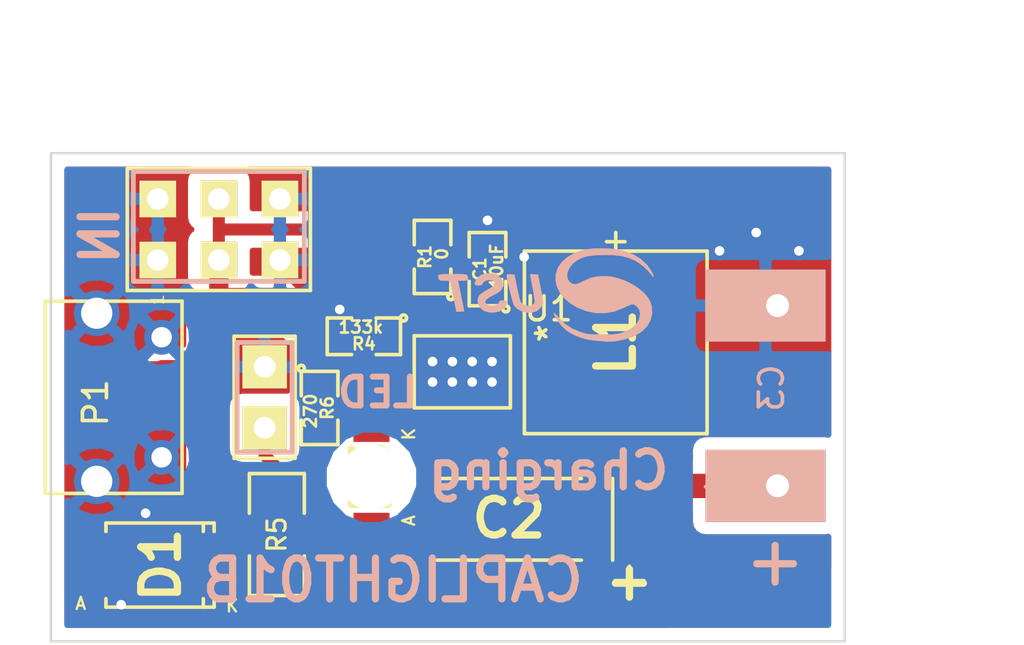
<source format=kicad_pcb>
(kicad_pcb (version 20160815) (host pcbnew "(2016-09-17 revision 679eef1)-makepkg")

  (general
    (links 45)
    (no_connects 0)
    (area 137.744999 107.899999 170.865001 128.320001)
    (thickness 1.6)
    (drawings 20)
    (tracks 140)
    (zones 0)
    (modules 15)
    (nets 11)
  )

  (page A4)
  (layers
    (0 F.Cu signal)
    (31 B.Cu signal)
    (32 B.Adhes user)
    (33 F.Adhes user)
    (34 B.Paste user)
    (35 F.Paste user)
    (36 B.SilkS user)
    (37 F.SilkS user)
    (38 B.Mask user)
    (39 F.Mask user)
    (40 Dwgs.User user)
    (41 Cmts.User user)
    (42 Eco1.User user)
    (43 Eco2.User user)
    (44 Edge.Cuts user)
    (45 Margin user)
    (46 B.CrtYd user)
    (47 F.CrtYd user)
    (48 B.Fab user)
    (49 F.Fab user)
  )

  (setup
    (last_trace_width 1)
    (user_trace_width 0.25)
    (user_trace_width 0.3)
    (user_trace_width 0.5)
    (user_trace_width 0.6)
    (user_trace_width 0.7)
    (user_trace_width 0.8)
    (user_trace_width 0.9)
    (user_trace_width 1)
    (trace_clearance 0.2)
    (zone_clearance 0.508)
    (zone_45_only yes)
    (trace_min 0.25)
    (segment_width 0.2)
    (edge_width 0.1)
    (via_size 0.8)
    (via_drill 0.4)
    (via_min_size 0.7)
    (via_min_drill 0.3)
    (uvia_size 0.3)
    (uvia_drill 0.127)
    (uvias_allowed no)
    (uvia_min_size 0.3)
    (uvia_min_drill 0.1)
    (pcb_text_width 0.3)
    (pcb_text_size 1.5 1.5)
    (mod_edge_width 0.15)
    (mod_text_size 1 1)
    (mod_text_width 0.15)
    (pad_size 3 5)
    (pad_drill 0.85)
    (pad_to_mask_clearance 0.2)
    (solder_mask_min_width 0.2)
    (aux_axis_origin 137.795 128.27)
    (visible_elements 7FFFFFFF)
    (pcbplotparams
      (layerselection 0x010d0_ffffffff)
      (usegerberextensions false)
      (excludeedgelayer true)
      (linewidth 0.100000)
      (plotframeref false)
      (viasonmask false)
      (mode 1)
      (useauxorigin false)
      (hpglpennumber 1)
      (hpglpenspeed 20)
      (hpglpendiameter 15)
      (psnegative false)
      (psa4output false)
      (plotreference true)
      (plotvalue true)
      (plotinvisibletext false)
      (padsonsilk false)
      (subtractmaskfromsilk false)
      (outputformat 1)
      (mirror false)
      (drillshape 0)
      (scaleselection 1)
      (outputdirectory CAM_PROFI/))
  )

  (net 0 "")
  (net 1 /VIN)
  (net 2 GND)
  (net 3 "Net-(L1-Pad1)")
  (net 4 "Net-(C2-Pad1)")
  (net 5 "Net-(C2-Pad2)")
  (net 6 "Net-(D2-Pad2)")
  (net 7 "Net-(R1-Pad1)")
  (net 8 "Net-(R4-Pad1)")
  (net 9 "Net-(D3-Pad2)")
  (net 10 /PG)

  (net_class Default "This is the default net class."
    (clearance 0.2)
    (trace_width 0.3)
    (via_dia 0.8)
    (via_drill 0.4)
    (uvia_dia 0.3)
    (uvia_drill 0.127)
    (diff_pair_gap 0.25)
    (diff_pair_width 0.2)
    (add_net /PG)
    (add_net GND)
    (add_net "Net-(D2-Pad2)")
    (add_net "Net-(D3-Pad2)")
    (add_net "Net-(R1-Pad1)")
    (add_net "Net-(R4-Pad1)")
  )

  (net_class thick ""
    (clearance 0.2)
    (trace_width 0.8)
    (via_dia 0.8)
    (via_drill 0.4)
    (uvia_dia 0.3)
    (uvia_drill 0.127)
    (diff_pair_gap 0.25)
    (diff_pair_width 0.2)
    (add_net /VIN)
    (add_net "Net-(C2-Pad1)")
    (add_net "Net-(C2-Pad2)")
    (add_net "Net-(L1-Pad1)")
  )

  (module Mlab_C:C_Radial_D18_L25_P7.5_BAT (layer B.Cu) (tedit 58008303) (tstamp 5800835E)
    (at 168.021 121.793 90)
    (descr "Radial Electrolytic Capacitor Diameter 16mm x Length 25mm, Pitch 7.5mm")
    (tags "Electrolytic Capacitor")
    (path /56E812E5)
    (fp_text reference C3 (at 4.071 -0.254 90) (layer B.SilkS)
      (effects (font (size 1 1) (thickness 0.15)) (justify mirror))
    )
    (fp_text value 50F (at 3.75 -9.3 90) (layer B.Fab) hide
      (effects (font (size 1 1) (thickness 0.15)) (justify mirror))
    )
    (fp_text user + (at -0.0381 -2.54 90) (layer B.SilkS)
      (effects (font (size 1.5 1.5) (thickness 0.15)) (justify mirror))
    )
    (fp_circle (center 7.5 0) (end 7.5 1) (layer B.SilkS) (width 0.15))
    (fp_circle (center 3.75 0) (end 3.75 -9) (layer B.CrtYd) (width 0.05))
    (pad 1 thru_hole rect (at 0 0 90) (size 3 5) (drill 0.95 (offset 0 -0.5)) (layers *.Cu *.Mask B.SilkS)
      (net 5 "Net-(C2-Pad2)"))
    (pad 2 thru_hole rect (at 7.5 0 90) (size 3 5) (drill 0.95 (offset 0 -0.5)) (layers *.Cu *.Mask B.SilkS)
      (net 2 GND))
    (model Capacitors_ThroughHole.3dshapes/C_Radial_D16_L25_P7.5.wrl
      (at (xyz 0.147638 0 0))
      (scale (xyz 1 1 1))
      (rotate (xyz 0 0 90))
    )
  )

  (module Mlab_Pin_Headers:Straight_1x02 (layer F.Cu) (tedit 580081EB) (tstamp 5778DE4F)
    (at 146.685 118.11)
    (descr "pin header straight 1x02")
    (tags "pin header straight 1x02")
    (path /5771A40B)
    (fp_text reference D2 (at 0 -3.81) (layer F.SilkS) hide
      (effects (font (size 1.5 1.5) (thickness 0.15)))
    )
    (fp_text value LED (at 0 3.81) (layer F.SilkS) hide
      (effects (font (size 1.5 1.5) (thickness 0.15)))
    )
    (fp_text user 1 (at -1.651 -1.27) (layer F.SilkS) hide
      (effects (font (size 0.5 0.5) (thickness 0.05)))
    )
    (fp_line (start -1.27 -2.54) (end 1.27 -2.54) (layer F.SilkS) (width 0.15))
    (fp_line (start 1.27 -2.54) (end 1.27 2.54) (layer F.SilkS) (width 0.15))
    (fp_line (start 1.27 2.54) (end -1.27 2.54) (layer F.SilkS) (width 0.15))
    (fp_line (start -1.27 2.54) (end -1.27 -2.54) (layer F.SilkS) (width 0.15))
    (pad 2 thru_hole rect (at 0 1.27) (size 1.85 1.8) (drill 0.9) (layers *.Cu *.Mask F.SilkS)
      (net 6 "Net-(D2-Pad2)"))
    (pad 1 thru_hole rect (at 0 -1.27) (size 1.85 1.8) (drill 0.9) (layers *.Cu *.Mask F.SilkS)
      (net 2 GND))
    (model Pin_Headers/Pin_Header_Straight_1x02.wrl
      (at (xyz 0 0 0))
      (scale (xyz 1 1 1))
      (rotate (xyz 0 0 90))
    )
  )

  (module Mlab_IO:DFN-12-1EP_3x4mm_Pitch0.5mm (layer F.Cu) (tedit 580081EB) (tstamp 5778DEB5)
    (at 154.9075 117.05 270)
    (descr "DE/UE Package; 12-Lead Plastic DFN (4mm x 3mm) (see Linear Technology DFN_12_05-08-1695.pdf)")
    (tags "DFN 0.5")
    (path /56E80FC2)
    (attr smd)
    (fp_text reference U1 (at -2.623 -3.5885) (layer F.SilkS)
      (effects (font (size 1 1) (thickness 0.15)))
    )
    (fp_text value LTC3625 (at 0 3.05 270) (layer F.Fab)
      (effects (font (size 1 1) (thickness 0.15)))
    )
    (fp_text user * (at -1.607 -3.5885 270) (layer F.SilkS)
      (effects (font (size 1 1) (thickness 0.15)))
    )
    (fp_line (start 1.5 -2) (end 1.5 2) (layer F.SilkS) (width 0.15))
    (fp_line (start -1.5 -2) (end -1.5 2) (layer F.SilkS) (width 0.15))
    (fp_line (start -2.05 -2.3) (end -2.05 2.3) (layer F.CrtYd) (width 0.05))
    (fp_line (start 2.05 -2.3) (end 2.05 2.3) (layer F.CrtYd) (width 0.05))
    (fp_line (start -2.05 -2.3) (end 2.05 -2.3) (layer F.CrtYd) (width 0.05))
    (fp_line (start -2.05 2.3) (end 2.05 2.3) (layer F.CrtYd) (width 0.05))
    (fp_line (start -1.5 2) (end 1.5 2) (layer F.SilkS) (width 0.15))
    (fp_line (start -1.5 -2) (end 1.5 -2) (layer F.SilkS) (width 0.15))
    (pad 1 smd rect (at -1.45 -1.25 270) (size 0.7 0.25) (layers F.Cu F.Paste F.Mask)
      (net 3 "Net-(L1-Pad1)"))
    (pad 2 smd rect (at -1.45 -0.75 270) (size 0.7 0.25) (layers F.Cu F.Paste F.Mask)
      (net 1 /VIN))
    (pad 3 smd rect (at -1.45 -0.25 270) (size 0.7 0.25) (layers F.Cu F.Paste F.Mask)
      (net 1 /VIN))
    (pad 4 smd rect (at -1.45 0.25 270) (size 0.7 0.25) (layers F.Cu F.Paste F.Mask)
      (net 7 "Net-(R1-Pad1)"))
    (pad 5 smd rect (at -1.45 0.75 270) (size 0.7 0.25) (layers F.Cu F.Paste F.Mask)
      (net 1 /VIN))
    (pad 6 smd rect (at -1.45 1.25 270) (size 0.7 0.25) (layers F.Cu F.Paste F.Mask)
      (net 8 "Net-(R4-Pad1)"))
    (pad 7 smd rect (at 1.45 1.25 270) (size 0.7 0.25) (layers F.Cu F.Paste F.Mask)
      (net 1 /VIN))
    (pad 8 smd rect (at 1.45 0.75 270) (size 0.7 0.25) (layers F.Cu F.Paste F.Mask))
    (pad 9 smd rect (at 1.45 0.25 270) (size 0.7 0.25) (layers F.Cu F.Paste F.Mask)
      (net 10 /PG))
    (pad 10 smd rect (at 1.45 -0.25 270) (size 0.7 0.25) (layers F.Cu F.Paste F.Mask)
      (net 5 "Net-(C2-Pad2)"))
    (pad 11 smd rect (at 1.45 -0.75 270) (size 0.7 0.25) (layers F.Cu F.Paste F.Mask)
      (net 4 "Net-(C2-Pad1)"))
    (pad 12 smd rect (at 1.45 -1.25 270) (size 0.7 0.25) (layers F.Cu F.Paste F.Mask)
      (net 3 "Net-(L1-Pad1)"))
    (pad 13 smd rect (at 0.425 1.2375 270) (size 0.85 0.825) (layers F.Cu F.Paste F.Mask)
      (net 2 GND) (solder_paste_margin_ratio -0.2))
    (pad 13 smd rect (at 0.425 0.4125 270) (size 0.85 0.825) (layers F.Cu F.Paste F.Mask)
      (net 2 GND) (solder_paste_margin_ratio -0.2))
    (pad 13 smd rect (at 0.425 -0.4125 270) (size 0.85 0.825) (layers F.Cu F.Paste F.Mask)
      (net 2 GND) (solder_paste_margin_ratio -0.2))
    (pad 13 smd rect (at 0.425 -1.2375 270) (size 0.85 0.825) (layers F.Cu F.Paste F.Mask)
      (net 2 GND) (solder_paste_margin_ratio -0.2))
    (pad 13 smd rect (at -0.425 1.2375 270) (size 0.85 0.825) (layers F.Cu F.Paste F.Mask)
      (net 2 GND) (solder_paste_margin_ratio -0.2))
    (pad 13 smd rect (at -0.425 0.4125 270) (size 0.85 0.825) (layers F.Cu F.Paste F.Mask)
      (net 2 GND) (solder_paste_margin_ratio -0.2))
    (pad 13 smd rect (at -0.425 -0.4125 270) (size 0.85 0.825) (layers F.Cu F.Paste F.Mask)
      (net 2 GND) (solder_paste_margin_ratio -0.2))
    (pad 13 smd rect (at -0.425 -1.2375 270) (size 0.85 0.825) (layers F.Cu F.Paste F.Mask)
      (net 2 GND) (solder_paste_margin_ratio -0.2))
    (model Housings_DFN_QFN.3dshapes/DFN-12-1EP_3x4mm_Pitch0.5mm.wrl
      (at (xyz 0 0 0))
      (scale (xyz 1 1 1))
      (rotate (xyz 0 0 0))
    )
  )

  (module Mlab_C:TantalC_SizeC_Reflow (layer F.Cu) (tedit 580081EB) (tstamp 5778DE3D)
    (at 156.86024 123.19 180)
    (descr "Tantal Cap. , Size C, EIA-6032, Reflow,")
    (tags "Tantal Cap. , Size C, EIA-6032, Reflow,")
    (path /56E875AF)
    (attr smd)
    (fp_text reference C2 (at 0.0127 0.0381 180) (layer F.SilkS)
      (effects (font (thickness 0.3048)))
    )
    (fp_text value 100uF (at -0.09906 3.59918 180) (layer F.SilkS) hide
      (effects (font (thickness 0.3048)))
    )
    (fp_line (start -4.30022 -1.69926) (end -4.30022 1.69926) (layer F.SilkS) (width 0.15))
    (fp_line (start 2.99974 1.69926) (end -2.99974 1.69926) (layer F.SilkS) (width 0.15))
    (fp_line (start 2.99974 -1.69926) (end -2.99974 -1.69926) (layer F.SilkS) (width 0.15))
    (fp_text user + (at -4.99872 -2.55016 180) (layer F.SilkS)
      (effects (font (thickness 0.3048)))
    )
    (fp_line (start -5.00126 -3.05308) (end -5.00126 -1.95326) (layer F.SilkS) (width 0.15))
    (fp_line (start -5.6007 -2.5527) (end -4.40182 -2.5527) (layer F.SilkS) (width 0.15))
    (pad 2 smd rect (at 2.52476 0 180) (size 2.55016 2.49936) (layers F.Cu F.Paste F.Mask)
      (net 5 "Net-(C2-Pad2)"))
    (pad 1 smd rect (at -2.52476 0 180) (size 2.55016 2.49936) (layers F.Cu F.Paste F.Mask)
      (net 4 "Net-(C2-Pad1)"))
    (model MLAB_3D/Capacitors/c_tant_C.wrl
      (at (xyz 0 0 0))
      (scale (xyz 1 1 1))
      (rotate (xyz 0 0 180))
    )
  )

  (module Mlab_L:DER0705 (layer F.Cu) (tedit 580081EB) (tstamp 5778DE7F)
    (at 161.29 115.824 90)
    (descr "L DE1207")
    (path /56E86EF1)
    (fp_text reference L1 (at 0 0 90) (layer F.SilkS)
      (effects (font (thickness 0.3048)))
    )
    (fp_text value DER0705-3.3uH (at 0.0127 2.8956 90) (layer F.SilkS) hide
      (effects (font (size 0.50038 0.50038) (thickness 0.11938)))
    )
    (fp_line (start -3.8 -3.8) (end -3.8 3.8) (layer F.SilkS) (width 0.15))
    (fp_line (start -3.8 3.8) (end 3.8 3.8) (layer F.SilkS) (width 0.15))
    (fp_line (start 3.8 3.8) (end 3.8 -3.8) (layer F.SilkS) (width 0.15))
    (fp_line (start 3.8 -3.8) (end -3.8 -3.8) (layer F.SilkS) (width 0.15))
    (fp_line (start 4.572 0) (end 3.81 0) (layer F.SilkS) (width 0.15))
    (fp_line (start 4.191 -0.381) (end 4.191 0.381) (layer F.SilkS) (width 0.15))
    (pad 1 smd rect (at 3.7 0 90) (size 3 3) (layers F.Cu F.Paste F.Mask)
      (net 3 "Net-(L1-Pad1)"))
    (pad 2 smd rect (at -3.7 0 90) (size 3 3) (layers F.Cu F.Paste F.Mask)
      (net 5 "Net-(C2-Pad2)"))
    (model Capacitors_SMD/c_elec_10x10_5.wrl
      (at (xyz 0 0 0))
      (scale (xyz 1 1 1))
      (rotate (xyz 0 0 0))
    )
  )

  (module Mlab_CON:uUSB-B (layer F.Cu) (tedit 580081EB) (tstamp 5772862A)
    (at 139.7 118.11 270)
    (tags "uUSB-B MOLEX 1050170001")
    (path /5771AC18)
    (fp_text reference P1 (at 0.2286 0.0508 270) (layer F.SilkS)
      (effects (font (size 1 1) (thickness 0.15)))
    )
    (fp_text value USB_OTG (at 0.0508 3.175 270) (layer F.Fab)
      (effects (font (size 1 1) (thickness 0.15)))
    )
    (fp_line (start -4 -3.55) (end 4 -3.55) (layer F.SilkS) (width 0.15))
    (fp_line (start 4 -3.55) (end 4 2.15) (layer F.SilkS) (width 0.15))
    (fp_line (start 4 2.15) (end -4 2.15) (layer F.SilkS) (width 0.15))
    (fp_line (start -4 2.15) (end -4 -3.55) (layer F.SilkS) (width 0.15))
    (pad 5 thru_hole circle (at -2.5 -2.7 270) (size 1.45 1.45) (drill 0.85) (layers *.Cu *.Mask)
      (net 2 GND))
    (pad 5 thru_hole circle (at 2.5 -2.7 270) (size 1.45 1.45) (drill 0.85) (layers *.Cu *.Mask)
      (net 2 GND))
    (pad 3 smd trapezoid (at 0 -2.7 270) (size 0.4 1.35) (layers F.Cu F.Mask))
    (pad 2 smd trapezoid (at -0.65 -2.7 270) (size 0.4 1.35) (layers F.Cu F.Mask))
    (pad 1 smd trapezoid (at -1.3 -2.7 270) (size 0.4 1.35) (layers F.Cu F.Mask)
      (net 1 /VIN))
    (pad 4 smd trapezoid (at 0.65 -2.7 270) (size 0.4 1.35) (layers F.Cu F.Mask))
    (pad 5 smd trapezoid (at 1.3 -2.7 270) (size 0.4 1.35) (layers F.Cu F.Mask)
      (net 2 GND))
    (pad 5 smd trapezoid (at -1 0 270) (size 1.5 1.9) (layers F.Cu F.Mask)
      (net 2 GND))
    (pad 5 smd trapezoid (at 1 0 270) (size 1.5 1.9) (layers F.Cu F.Mask)
      (net 2 GND))
    (pad 5 thru_hole circle (at 3.5 0 270) (size 1.9 1.9) (drill 1.3) (layers *.Cu *.Mask)
      (net 2 GND))
    (pad 5 thru_hole circle (at -3.5 0 270) (size 1.9 1.9) (drill 1.3) (layers *.Cu *.Mask)
      (net 2 GND))
  )

  (module Mlab_R:SMD-0805 (layer F.Cu) (tedit 580081EB) (tstamp 5778DE37)
    (at 155.956 112.776 90)
    (path /56E8119A)
    (attr smd)
    (fp_text reference C1 (at 0 -0.3175 90) (layer F.SilkS)
      (effects (font (size 0.50038 0.50038) (thickness 0.10922)))
    )
    (fp_text value 10uF (at 0.127 0.381 90) (layer F.SilkS)
      (effects (font (size 0.50038 0.50038) (thickness 0.10922)))
    )
    (fp_circle (center -1.651 0.762) (end -1.651 0.635) (layer F.SilkS) (width 0.15))
    (fp_line (start -0.508 0.762) (end -1.524 0.762) (layer F.SilkS) (width 0.15))
    (fp_line (start -1.524 0.762) (end -1.524 -0.762) (layer F.SilkS) (width 0.15))
    (fp_line (start -1.524 -0.762) (end -0.508 -0.762) (layer F.SilkS) (width 0.15))
    (fp_line (start 0.508 -0.762) (end 1.524 -0.762) (layer F.SilkS) (width 0.15))
    (fp_line (start 1.524 -0.762) (end 1.524 0.762) (layer F.SilkS) (width 0.15))
    (fp_line (start 1.524 0.762) (end 0.508 0.762) (layer F.SilkS) (width 0.15))
    (pad 1 smd rect (at -0.9525 0 90) (size 0.889 1.397) (layers F.Cu F.Paste F.Mask)
      (net 1 /VIN))
    (pad 2 smd rect (at 0.9525 0 90) (size 0.889 1.397) (layers F.Cu F.Paste F.Mask)
      (net 2 GND))
    (model MLAB_3D/Resistors/chip_cms.wrl
      (at (xyz 0 0 0))
      (scale (xyz 0.1 0.1 0.1))
      (rotate (xyz 0 0 0))
    )
  )

  (module Mlab_D:SMA_Standard (layer F.Cu) (tedit 580081EB) (tstamp 5778DE49)
    (at 142.33398 125.095)
    (descr "Diode SMA")
    (tags "Diode SMA")
    (path /56E8111C)
    (attr smd)
    (fp_text reference D1 (at 0.03302 0 90) (layer F.SilkS)
      (effects (font (thickness 0.3048)))
    )
    (fp_text value M4 (at 0 3.81) (layer F.SilkS) hide
      (effects (font (thickness 0.3048)))
    )
    (fp_text user A (at -3.29946 1.6002) (layer F.SilkS)
      (effects (font (size 0.50038 0.50038) (thickness 0.09906)))
    )
    (fp_text user K (at 2.99974 1.69926) (layer F.SilkS)
      (effects (font (size 0.50038 0.50038) (thickness 0.09906)))
    )
    (fp_circle (center 0 0) (end 0.20066 -0.0508) (layer F.Adhes) (width 0.381))
    (fp_line (start 1.80086 1.75006) (end 1.80086 1.39954) (layer F.SilkS) (width 0.15))
    (fp_line (start 1.80086 -1.75006) (end 1.80086 -1.39954) (layer F.SilkS) (width 0.15))
    (fp_line (start 2.25044 1.75006) (end 2.25044 1.39954) (layer F.SilkS) (width 0.15))
    (fp_line (start -2.25044 1.75006) (end -2.25044 1.39954) (layer F.SilkS) (width 0.15))
    (fp_line (start -2.25044 -1.75006) (end -2.25044 -1.39954) (layer F.SilkS) (width 0.15))
    (fp_line (start 2.25044 -1.75006) (end 2.25044 -1.39954) (layer F.SilkS) (width 0.15))
    (fp_line (start -2.25044 1.75006) (end 2.25044 1.75006) (layer F.SilkS) (width 0.15))
    (fp_line (start -2.25044 -1.75006) (end 2.25044 -1.75006) (layer F.SilkS) (width 0.15))
    (pad 1 smd rect (at -1.99898 0) (size 2.49936 1.80086) (layers F.Cu F.Paste F.Mask)
      (net 2 GND))
    (pad 2 smd rect (at 1.99898 0) (size 2.49936 1.80086) (layers F.Cu F.Paste F.Mask)
      (net 1 /VIN))
    (model MLAB_3D/Diodes/SMA.wrl
      (at (xyz 0 0 0))
      (scale (xyz 0.3937 0.3937 0.3937))
      (rotate (xyz 0 0 0))
    )
  )

  (module Mlab_Pin_Headers:Straight_2x03 (layer F.Cu) (tedit 580081EB) (tstamp 5778DE59)
    (at 144.78 111.125 90)
    (descr "pin header straight 2x03")
    (tags "pin header straight 2x03")
    (path /56E81073)
    (fp_text reference J1 (at 0 -5.08 90) (layer F.SilkS) hide
      (effects (font (size 1.5 1.5) (thickness 0.15)))
    )
    (fp_text value JUMP_3X2 (at 0 5.08 90) (layer F.SilkS) hide
      (effects (font (size 1.5 1.5) (thickness 0.15)))
    )
    (fp_text user 1 (at -2.921 -2.54 90) (layer F.SilkS)
      (effects (font (size 0.5 0.5) (thickness 0.05)))
    )
    (fp_line (start -2.54 -3.81) (end 2.54 -3.81) (layer F.SilkS) (width 0.15))
    (fp_line (start 2.54 -3.81) (end 2.54 3.81) (layer F.SilkS) (width 0.15))
    (fp_line (start 2.54 3.81) (end -2.54 3.81) (layer F.SilkS) (width 0.15))
    (fp_line (start -2.54 3.81) (end -2.54 -3.81) (layer F.SilkS) (width 0.15))
    (pad 1 thru_hole rect (at -1.27 -2.54 90) (size 1.524 1.524) (drill 0.889) (layers *.Cu *.Mask F.SilkS)
      (net 2 GND))
    (pad 2 thru_hole rect (at 1.27 -2.54 90) (size 1.524 1.524) (drill 0.889) (layers *.Cu *.Mask F.SilkS)
      (net 2 GND))
    (pad 3 thru_hole rect (at -1.27 0 90) (size 1.524 1.524) (drill 0.889) (layers *.Cu *.Mask F.SilkS)
      (net 1 /VIN))
    (pad 4 thru_hole rect (at 1.27 0 90) (size 1.524 1.524) (drill 0.889) (layers *.Cu *.Mask F.SilkS)
      (net 1 /VIN))
    (pad 5 thru_hole rect (at -1.27 2.54 90) (size 1.524 1.524) (drill 0.889) (layers *.Cu *.Mask F.SilkS)
      (net 2 GND))
    (pad 6 thru_hole rect (at 1.27 2.54 90) (size 1.524 1.524) (drill 0.889) (layers *.Cu *.Mask F.SilkS)
      (net 2 GND))
    (model Pin_Headers/Pin_Header_Straight_2x03.wrl
      (at (xyz 0 0 0))
      (scale (xyz 1 1 1))
      (rotate (xyz 0 0 90))
    )
  )

  (module Mlab_R:SMD-0805 (layer F.Cu) (tedit 580081EB) (tstamp 5778DE85)
    (at 153.67 112.268 90)
    (path /57779A79)
    (attr smd)
    (fp_text reference R1 (at 0 -0.3175 90) (layer F.SilkS)
      (effects (font (size 0.50038 0.50038) (thickness 0.10922)))
    )
    (fp_text value 0 (at 0.127 0.381 90) (layer F.SilkS)
      (effects (font (size 0.50038 0.50038) (thickness 0.10922)))
    )
    (fp_circle (center -1.651 0.762) (end -1.651 0.635) (layer F.SilkS) (width 0.15))
    (fp_line (start -0.508 0.762) (end -1.524 0.762) (layer F.SilkS) (width 0.15))
    (fp_line (start -1.524 0.762) (end -1.524 -0.762) (layer F.SilkS) (width 0.15))
    (fp_line (start -1.524 -0.762) (end -0.508 -0.762) (layer F.SilkS) (width 0.15))
    (fp_line (start 0.508 -0.762) (end 1.524 -0.762) (layer F.SilkS) (width 0.15))
    (fp_line (start 1.524 -0.762) (end 1.524 0.762) (layer F.SilkS) (width 0.15))
    (fp_line (start 1.524 0.762) (end 0.508 0.762) (layer F.SilkS) (width 0.15))
    (pad 1 smd rect (at -0.9525 0 90) (size 0.889 1.397) (layers F.Cu F.Paste F.Mask)
      (net 7 "Net-(R1-Pad1)"))
    (pad 2 smd rect (at 0.9525 0 90) (size 0.889 1.397) (layers F.Cu F.Paste F.Mask)
      (net 1 /VIN))
    (model MLAB_3D/Resistors/chip_cms.wrl
      (at (xyz 0 0 0))
      (scale (xyz 0.1 0.1 0.1))
      (rotate (xyz 0 0 0))
    )
  )

  (module Mlab_R:SMD-0805 (layer F.Cu) (tedit 580081EB) (tstamp 5778DE97)
    (at 150.8125 115.57 180)
    (path /56E85E42)
    (attr smd)
    (fp_text reference R4 (at 0 -0.3175 180) (layer F.SilkS)
      (effects (font (size 0.50038 0.50038) (thickness 0.10922)))
    )
    (fp_text value 133k (at 0.127 0.381 180) (layer F.SilkS)
      (effects (font (size 0.50038 0.50038) (thickness 0.10922)))
    )
    (fp_circle (center -1.651 0.762) (end -1.651 0.635) (layer F.SilkS) (width 0.15))
    (fp_line (start -0.508 0.762) (end -1.524 0.762) (layer F.SilkS) (width 0.15))
    (fp_line (start -1.524 0.762) (end -1.524 -0.762) (layer F.SilkS) (width 0.15))
    (fp_line (start -1.524 -0.762) (end -0.508 -0.762) (layer F.SilkS) (width 0.15))
    (fp_line (start 0.508 -0.762) (end 1.524 -0.762) (layer F.SilkS) (width 0.15))
    (fp_line (start 1.524 -0.762) (end 1.524 0.762) (layer F.SilkS) (width 0.15))
    (fp_line (start 1.524 0.762) (end 0.508 0.762) (layer F.SilkS) (width 0.15))
    (pad 1 smd rect (at -0.9525 0 180) (size 0.889 1.397) (layers F.Cu F.Paste F.Mask)
      (net 8 "Net-(R4-Pad1)"))
    (pad 2 smd rect (at 0.9525 0 180) (size 0.889 1.397) (layers F.Cu F.Paste F.Mask)
      (net 2 GND))
    (model MLAB_3D/Resistors/chip_cms.wrl
      (at (xyz 0 0 0))
      (scale (xyz 0.1 0.1 0.1))
      (rotate (xyz 0 0 0))
    )
  )

  (module Mlab_D:LED_1206 (layer F.Cu) (tedit 580081EB) (tstamp 577BFD24)
    (at 151.13 121.444 90)
    (descr "Diode Mini-MELF Standard")
    (tags "Diode Mini-MELF Standard")
    (path /577C0351)
    (attr smd)
    (fp_text reference D3 (at 0 0 90) (layer F.SilkS)
      (effects (font (thickness 0.3048)))
    )
    (fp_text value LED (at 0 3.81 90) (layer F.SilkS) hide
      (effects (font (thickness 0.3048)))
    )
    (fp_line (start 2.21488 1.50622) (end 2.53492 1.81102) (layer F.Cu) (width 0.15))
    (fp_line (start 2.25298 1.52146) (end 2.5273 1.24968) (layer F.Cu) (width 0.15))
    (fp_line (start 2.2225 1.24968) (end 2.21742 1.81864) (layer F.Cu) (width 0.15))
    (fp_text user A (at -1.80086 1.5494 90) (layer F.SilkS)
      (effects (font (size 0.50038 0.50038) (thickness 0.09906)))
    )
    (fp_text user K (at 1.80086 1.5494 90) (layer F.SilkS)
      (effects (font (size 0.50038 0.50038) (thickness 0.09906)))
    )
    (pad 2 smd rect (at -2 0 90) (size 1.05 1.5) (layers F.Cu F.Paste F.Mask)
      (net 9 "Net-(D3-Pad2)"))
    (pad 1 smd rect (at 2 0 90) (size 1.05 1.5) (layers F.Cu F.Paste F.Mask)
      (net 10 /PG))
    (pad "" np_thru_hole circle (at 0 0 90) (size 2.7 2.7) (drill 2.7) (layers *.Cu *.Mask F.SilkS))
    (model MLAB_3D/Diodes/MiniMELF_DO213AA.wrl
      (at (xyz 0 0 0))
      (scale (xyz 0.3937 0.3937 0.3937))
      (rotate (xyz 0 0 0))
    )
  )

  (module Mlab_R:SMD-0805 (layer F.Cu) (tedit 580081EB) (tstamp 577BFD2A)
    (at 148.971 118.5545 270)
    (path /577C016E)
    (attr smd)
    (fp_text reference R6 (at 0 -0.3175 270) (layer F.SilkS)
      (effects (font (size 0.50038 0.50038) (thickness 0.10922)))
    )
    (fp_text value 270 (at 0.127 0.381 270) (layer F.SilkS)
      (effects (font (size 0.50038 0.50038) (thickness 0.10922)))
    )
    (fp_circle (center -1.651 0.762) (end -1.651 0.635) (layer F.SilkS) (width 0.15))
    (fp_line (start -0.508 0.762) (end -1.524 0.762) (layer F.SilkS) (width 0.15))
    (fp_line (start -1.524 0.762) (end -1.524 -0.762) (layer F.SilkS) (width 0.15))
    (fp_line (start -1.524 -0.762) (end -0.508 -0.762) (layer F.SilkS) (width 0.15))
    (fp_line (start 0.508 -0.762) (end 1.524 -0.762) (layer F.SilkS) (width 0.15))
    (fp_line (start 1.524 -0.762) (end 1.524 0.762) (layer F.SilkS) (width 0.15))
    (fp_line (start 1.524 0.762) (end 0.508 0.762) (layer F.SilkS) (width 0.15))
    (pad 1 smd rect (at -0.9525 0 270) (size 0.889 1.397) (layers F.Cu F.Paste F.Mask)
      (net 1 /VIN))
    (pad 2 smd rect (at 0.9525 0 270) (size 0.889 1.397) (layers F.Cu F.Paste F.Mask)
      (net 9 "Net-(D3-Pad2)"))
    (model MLAB_3D/Resistors/chip_cms.wrl
      (at (xyz 0 0 0))
      (scale (xyz 0.1 0.1 0.1))
      (rotate (xyz 0 0 0))
    )
  )

  (module Mlab_R:SMD-1206 (layer F.Cu) (tedit 580081EB) (tstamp 577C0150)
    (at 147.193 123.825 90)
    (path /57726713)
    (attr smd)
    (fp_text reference R5 (at 0 0 90) (layer F.SilkS)
      (effects (font (size 0.762 0.762) (thickness 0.127)))
    )
    (fp_text value 68 (at 0 -0.127 90) (layer F.SilkS) hide
      (effects (font (size 0.762 0.762) (thickness 0.127)))
    )
    (fp_line (start -2.54 -1.143) (end -2.54 1.143) (layer F.SilkS) (width 0.15))
    (fp_line (start -2.54 1.143) (end -0.889 1.143) (layer F.SilkS) (width 0.15))
    (fp_line (start 0.889 -1.143) (end 2.54 -1.143) (layer F.SilkS) (width 0.15))
    (fp_line (start 2.54 -1.143) (end 2.54 1.143) (layer F.SilkS) (width 0.15))
    (fp_line (start 2.54 1.143) (end 0.889 1.143) (layer F.SilkS) (width 0.15))
    (fp_line (start -0.889 -1.143) (end -2.54 -1.143) (layer F.SilkS) (width 0.15))
    (pad 1 smd rect (at -1.651 0 90) (size 1.524 2.032) (layers F.Cu F.Paste F.Mask)
      (net 5 "Net-(C2-Pad2)"))
    (pad 2 smd rect (at 1.651 0 90) (size 1.524 2.032) (layers F.Cu F.Paste F.Mask)
      (net 6 "Net-(D2-Pad2)"))
    (model MLAB_3D/Resistors/r_1206.wrl
      (at (xyz 0 0 0))
      (scale (xyz 1 1 1))
      (rotate (xyz 0 0 0))
    )
  )

  (module graphics:UST_logo (layer B.Cu) (tedit 0) (tstamp 57B6C8B0)
    (at 158.3944 113.8428 180)
    (fp_text reference G*** (at 0 0 180) (layer B.SilkS) hide
      (effects (font (thickness 0.3)) (justify mirror))
    )
    (fp_text value LOGO (at 0.75 0 180) (layer B.SilkS) hide
      (effects (font (thickness 0.3)) (justify mirror))
    )
    (fp_poly (pts (xy -2.073766 1.928441) (xy -1.798402 1.908621) (xy -1.570298 1.871805) (xy -1.52679 1.860851)
      (xy -1.175831 1.735243) (xy -0.883518 1.568768) (xy -0.654099 1.364442) (xy -0.491911 1.125466)
      (xy -0.405558 0.870377) (xy -0.392139 0.608456) (xy -0.447851 0.347686) (xy -0.568892 0.096052)
      (xy -0.751459 -0.138462) (xy -0.991749 -0.347872) (xy -1.275005 -0.518774) (xy -1.670884 -0.677236)
      (xy -2.066517 -0.759243) (xy -2.458168 -0.764742) (xy -2.842102 -0.693682) (xy -3.214584 -0.546011)
      (xy -3.21531 -0.545642) (xy -3.362976 -0.474993) (xy -3.492366 -0.421241) (xy -3.582036 -0.393019)
      (xy -3.600171 -0.390769) (xy -3.676521 -0.41804) (xy -3.768075 -0.486057) (xy -3.794322 -0.512132)
      (xy -3.873481 -0.618721) (xy -3.904741 -0.734979) (xy -3.907693 -0.80715) (xy -3.87059 -1.023764)
      (xy -3.761144 -1.2159) (xy -3.582149 -1.380583) (xy -3.336401 -1.514838) (xy -3.192442 -1.56862)
      (xy -3.070805 -1.605536) (xy -2.957545 -1.631011) (xy -2.833929 -1.646969) (xy -2.681222 -1.655333)
      (xy -2.480689 -1.65803) (xy -2.325077 -1.657703) (xy -2.087008 -1.655114) (xy -1.907616 -1.648673)
      (xy -1.76744 -1.636074) (xy -1.647021 -1.615011) (xy -1.526896 -1.583176) (xy -1.426308 -1.551182)
      (xy -1.087413 -1.41022) (xy -0.801351 -1.224925) (xy -0.549613 -0.982873) (xy -0.509276 -0.935638)
      (xy -0.402655 -0.815476) (xy -0.338441 -0.760273) (xy -0.317816 -0.768587) (xy -0.341963 -0.838981)
      (xy -0.412067 -0.970012) (xy -0.440941 -1.01878) (xy -0.633776 -1.28445) (xy -0.865025 -1.498192)
      (xy -1.14486 -1.667014) (xy -1.483456 -1.797922) (xy -1.633551 -1.840192) (xy -1.796482 -1.872873)
      (xy -2.00394 -1.901188) (xy -2.233741 -1.923524) (xy -2.463701 -1.938266) (xy -2.671636 -1.943803)
      (xy -2.835364 -1.938522) (xy -2.891693 -1.931678) (xy -3.234528 -1.861342) (xy -3.514583 -1.778483)
      (xy -3.746944 -1.677304) (xy -3.946694 -1.552007) (xy -4.011945 -1.501177) (xy -4.21226 -1.29086)
      (xy -4.345048 -1.048517) (xy -4.40735 -0.784059) (xy -4.396209 -0.507394) (xy -4.356044 -0.348582)
      (xy -4.248331 -0.135865) (xy -4.074899 0.071389) (xy -3.848157 0.265578) (xy -3.58051 0.439103)
      (xy -3.284367 0.584362) (xy -2.972132 0.693756) (xy -2.656214 0.759683) (xy -2.52598 0.772546)
      (xy -2.180759 0.768676) (xy -1.870583 0.706863) (xy -1.573286 0.582407) (xy -1.537189 0.562911)
      (xy -1.359206 0.475261) (xy -1.223338 0.437309) (xy -1.112838 0.447343) (xy -1.010956 0.503649)
      (xy -1.004732 0.508477) (xy -0.907603 0.629545) (xy -0.871639 0.780984) (xy -0.893342 0.949267)
      (xy -0.969216 1.120869) (xy -1.095764 1.282262) (xy -1.234509 1.39724) (xy -1.39334 1.493173)
      (xy -1.556691 1.563255) (xy -1.740731 1.611079) (xy -1.961631 1.640235) (xy -2.235563 1.654317)
      (xy -2.403231 1.656868) (xy -2.715153 1.653746) (xy -2.969615 1.637318) (xy -3.186712 1.603924)
      (xy -3.38654 1.549906) (xy -3.589194 1.471605) (xy -3.701487 1.420491) (xy -3.868103 1.320735)
      (xy -4.051587 1.177973) (xy -4.226131 1.014679) (xy -4.365932 0.853322) (xy -4.387649 0.822973)
      (xy -4.444049 0.753213) (xy -4.469994 0.746761) (xy -4.465119 0.794798) (xy -4.429054 0.8885)
      (xy -4.393393 0.960882) (xy -4.201396 1.242747) (xy -3.945928 1.481415) (xy -3.630082 1.67464)
      (xy -3.256954 1.82018) (xy -3.177499 1.842889) (xy -2.948258 1.888491) (xy -2.672211 1.918121)
      (xy -2.372875 1.931523) (xy -2.073766 1.928441)) (layer B.SilkS) (width 0.01))
    (fp_poly (pts (xy 0.658704 0.847815) (xy 0.664307 0.842656) (xy 0.657224 0.798385) (xy 0.637824 0.692271)
      (xy 0.608885 0.539155) (xy 0.573185 0.353876) (xy 0.564412 0.308802) (xy 0.527852 0.109223)
      (xy 0.499206 -0.070709) (xy 0.481044 -0.212984) (xy 0.475941 -0.299589) (xy 0.476489 -0.306915)
      (xy 0.519911 -0.392939) (xy 0.612403 -0.443958) (xy 0.733301 -0.460256) (xy 0.861943 -0.442115)
      (xy 0.977664 -0.389817) (xy 1.0598 -0.303646) (xy 1.062417 -0.2989) (xy 1.085894 -0.231715)
      (xy 1.119757 -0.104564) (xy 1.159878 0.065724) (xy 1.202131 0.262321) (xy 1.212061 0.311202)
      (xy 1.318274 0.840154) (xy 1.479752 0.85217) (xy 1.581937 0.851171) (xy 1.637188 0.833232)
      (xy 1.64123 0.824301) (xy 1.631441 0.73231) (xy 1.604971 0.586313) (xy 1.56617 0.40408)
      (xy 1.519386 0.203377) (xy 1.46897 0.001973) (xy 1.419269 -0.182363) (xy 1.374634 -0.331864)
      (xy 1.339412 -0.428762) (xy 1.330043 -0.447074) (xy 1.202915 -0.583667) (xy 1.026688 -0.680906)
      (xy 0.822516 -0.733679) (xy 0.611553 -0.736875) (xy 0.414953 -0.685384) (xy 0.390769 -0.674016)
      (xy 0.278373 -0.590842) (xy 0.187955 -0.479699) (xy 0.181982 -0.468923) (xy 0.154974 -0.414408)
      (xy 0.138391 -0.362887) (xy 0.133028 -0.30033) (xy 0.13968 -0.212709) (xy 0.159142 -0.085993)
      (xy 0.192208 0.093847) (xy 0.222939 0.254) (xy 0.335912 0.840154) (xy 0.50011 0.85217)
      (xy 0.600707 0.854988) (xy 0.658704 0.847815)) (layer B.SilkS) (width 0.01))
    (fp_poly (pts (xy 2.536122 0.881174) (xy 2.728166 0.815101) (xy 2.866973 0.692162) (xy 2.89069 0.65689)
      (xy 2.957702 0.527365) (xy 2.967166 0.445159) (xy 2.916774 0.402301) (xy 2.813538 0.39077)
      (xy 2.715658 0.399436) (xy 2.661216 0.421087) (xy 2.65723 0.429846) (xy 2.622754 0.513764)
      (xy 2.535245 0.577338) (xy 2.418579 0.614103) (xy 2.296637 0.617593) (xy 2.193294 0.581343)
      (xy 2.169608 0.561873) (xy 2.123354 0.494253) (xy 2.130293 0.428243) (xy 2.196176 0.356315)
      (xy 2.326753 0.270943) (xy 2.43816 0.210335) (xy 2.583947 0.127024) (xy 2.705919 0.044023)
      (xy 2.78429 -0.024714) (xy 2.798236 -0.043665) (xy 2.847499 -0.206412) (xy 2.829411 -0.374328)
      (xy 2.750911 -0.528318) (xy 2.618938 -0.649283) (xy 2.568015 -0.677204) (xy 2.382389 -0.729743)
      (xy 2.168696 -0.73564) (xy 1.96128 -0.695294) (xy 1.894435 -0.669377) (xy 1.748773 -0.567711)
      (xy 1.66164 -0.428606) (xy 1.64123 -0.310776) (xy 1.655001 -0.260714) (xy 1.709779 -0.238623)
      (xy 1.797538 -0.234461) (xy 1.907939 -0.244862) (xy 1.95207 -0.278318) (xy 1.953846 -0.290861)
      (xy 1.988205 -0.371575) (xy 2.076427 -0.429545) (xy 2.196231 -0.459632) (xy 2.325336 -0.456697)
      (xy 2.441459 -0.4156) (xy 2.455374 -0.406534) (xy 2.528573 -0.332459) (xy 2.533369 -0.256967)
      (xy 2.467392 -0.176137) (xy 2.328274 -0.08605) (xy 2.232043 -0.037029) (xy 2.037807 0.065809)
      (xy 1.908376 0.160505) (xy 1.832966 0.25877) (xy 1.800792 0.372313) (xy 1.797538 0.434749)
      (xy 1.813401 0.555141) (xy 1.871305 0.662288) (xy 1.928644 0.730363) (xy 2.013509 0.813663)
      (xy 2.09382 0.859559) (xy 2.201462 0.882099) (xy 2.291363 0.890178) (xy 2.536122 0.881174)) (layer B.SilkS) (width 0.01))
    (fp_poly (pts (xy 4.126489 0.859292) (xy 4.292503 0.855858) (xy 4.401144 0.846048) (xy 4.4628 0.826514)
      (xy 4.487863 0.793913) (xy 4.486722 0.744899) (xy 4.469766 0.676127) (xy 4.469216 0.674077)
      (xy 4.447227 0.624108) (xy 4.401941 0.597639) (xy 4.312828 0.587457) (xy 4.218988 0.586154)
      (xy 3.992322 0.586154) (xy 3.952903 0.400539) (xy 3.929361 0.286293) (xy 3.895853 0.119318)
      (xy 3.857165 -0.076367) (xy 3.824386 -0.24423) (xy 3.735287 -0.703384) (xy 3.566745 -0.703384)
      (xy 3.462511 -0.699614) (xy 3.417909 -0.680992) (xy 3.414513 -0.63655) (xy 3.41903 -0.615461)
      (xy 3.433981 -0.546526) (xy 3.460786 -0.417381) (xy 3.496075 -0.244472) (xy 3.536476 -0.044246)
      (xy 3.551212 0.029308) (xy 3.662568 0.586154) (xy 3.452976 0.586154) (xy 3.324884 0.590967)
      (xy 3.260825 0.614747) (xy 3.246836 0.671507) (xy 3.268014 0.77177) (xy 3.279612 0.805178)
      (xy 3.30156 0.828832) (xy 3.34582 0.844413) (xy 3.424354 0.853606) (xy 3.549125 0.858094)
      (xy 3.732094 0.859562) (xy 3.892711 0.859693) (xy 4.126489 0.859292)) (layer B.SilkS) (width 0.01))
  )

  (dimension 20.32 (width 0.3) (layer Dwgs.User)
    (gr_text "20,320 mm" (at 175.594 118.11 90) (layer Dwgs.User) (tstamp 580082CE)
      (effects (font (size 1.5 1.5) (thickness 0.3)))
    )
    (feature1 (pts (xy 170.815 107.95) (xy 176.944 107.95)))
    (feature2 (pts (xy 170.815 128.27) (xy 176.944 128.27)))
    (crossbar (pts (xy 174.244 128.27) (xy 174.244 107.95)))
    (arrow1a (pts (xy 174.244 107.95) (xy 174.830421 109.076504)))
    (arrow1b (pts (xy 174.244 107.95) (xy 173.657579 109.076504)))
    (arrow2a (pts (xy 174.244 128.27) (xy 174.830421 127.143496)))
    (arrow2b (pts (xy 174.244 128.27) (xy 173.657579 127.143496)))
  )
  (dimension 33.02 (width 0.3) (layer Dwgs.User)
    (gr_text "33,020 mm" (at 154.305 103.425) (layer Dwgs.User) (tstamp 580082CF)
      (effects (font (size 1.5 1.5) (thickness 0.3)))
    )
    (feature1 (pts (xy 170.815 107.95) (xy 170.815 102.075)))
    (feature2 (pts (xy 137.795 107.95) (xy 137.795 102.075)))
    (crossbar (pts (xy 137.795 104.775) (xy 170.815 104.775)))
    (arrow1a (pts (xy 170.815 104.775) (xy 169.688496 105.361421)))
    (arrow1b (pts (xy 170.815 104.775) (xy 169.688496 104.188579)))
    (arrow2a (pts (xy 137.795 104.775) (xy 138.921504 105.361421)))
    (arrow2b (pts (xy 137.795 104.775) (xy 138.921504 104.188579)))
  )
  (gr_text UST.cz (at 167.0304 126.746) (layer F.Cu)
    (effects (font (size 1.2 1.2) (thickness 0.2)))
  )
  (gr_text IN (at 139.827 111.379 90) (layer B.SilkS)
    (effects (font (size 1.5 1.5) (thickness 0.3)) (justify mirror))
  )
  (gr_text Charging (at 158.496 121.158) (layer B.SilkS)
    (effects (font (size 1.5 1.5) (thickness 0.3)) (justify mirror))
  )
  (gr_text CAPLIGHT01B (at 152.019 125.73) (layer B.SilkS)
    (effects (font (size 1.7 1.6) (thickness 0.3)) (justify mirror))
  )
  (gr_text LED (at 151.384 117.9068) (layer B.SilkS)
    (effects (font (size 1.2 1.2) (thickness 0.25)) (justify mirror))
  )
  (gr_line (start 147.828 115.824) (end 145.542 115.824) (layer B.SilkS) (width 0.2))
  (gr_line (start 147.828 120.396) (end 147.828 115.824) (layer B.SilkS) (width 0.2))
  (gr_line (start 145.542 120.396) (end 147.828 120.396) (layer B.SilkS) (width 0.2))
  (gr_line (start 145.542 115.824) (end 145.542 120.396) (layer B.SilkS) (width 0.2))
  (gr_line (start 141.224 113.284) (end 141.224 108.712) (layer B.SilkS) (width 0.2))
  (gr_line (start 148.336 113.284) (end 141.224 113.284) (layer B.SilkS) (width 0.2))
  (gr_line (start 148.336 108.712) (end 148.336 113.284) (layer B.SilkS) (width 0.2))
  (gr_line (start 141.224 108.712) (end 148.336 108.712) (layer B.SilkS) (width 0.2))
  (gr_text + (at 167.9194 124.8918) (layer B.SilkS)
    (effects (font (size 2 2) (thickness 0.3)) (justify mirror))
  )
  (gr_line (start 137.795 107.95) (end 137.795 128.27) (angle 90) (layer Edge.Cuts) (width 0.1))
  (gr_line (start 170.815 107.95) (end 137.795 107.95) (angle 90) (layer Edge.Cuts) (width 0.1))
  (gr_line (start 170.815 128.27) (end 170.815 107.95) (angle 90) (layer Edge.Cuts) (width 0.1))
  (gr_line (start 137.795 128.27) (end 170.815 128.27) (angle 90) (layer Edge.Cuts) (width 0.1))

  (segment (start 176.53 130.175) (end 176.53 120.65) (width 0.25) (layer Dwgs.User) (net 0))
  (segment (start 144.78 113.957) (end 147.0786 113.957) (width 0.8) (layer F.Cu) (net 1))
  (segment (start 148.6916 115.57) (end 148.6916 117.3226) (width 0.8) (layer F.Cu) (net 1))
  (segment (start 147.0786 113.957) (end 148.6916 115.57) (width 0.8) (layer F.Cu) (net 1))
  (segment (start 148.6916 117.3226) (end 148.971 117.602) (width 0.8) (layer F.Cu) (net 1))
  (segment (start 153.6575 118.5) (end 150.123 118.5) (width 0.25) (layer F.Cu) (net 1))
  (segment (start 150.123 118.5) (end 149.225 117.602) (width 0.25) (layer F.Cu) (net 1))
  (segment (start 149.225 117.602) (end 148.971 117.602) (width 0.25) (layer F.Cu) (net 1))
  (segment (start 148.971 117.602) (end 148.717 117.602) (width 0.3) (layer F.Cu) (net 1))
  (segment (start 153.728999 114.521499) (end 153.197997 114.521499) (width 0.3) (layer F.Cu) (net 1))
  (segment (start 153.197997 114.521499) (end 152.227 113.550502) (width 0.3) (layer F.Cu) (net 1))
  (segment (start 152.227 113.550502) (end 152.227 111.3155) (width 0.3) (layer F.Cu) (net 1))
  (segment (start 155.40736 115.6) (end 155.6575 115.6) (width 0.25) (layer F.Cu) (net 1))
  (segment (start 155.40736 115.6) (end 155.1575 115.6) (width 0.25) (layer F.Cu) (net 1))
  (segment (start 155.40736 115.6) (end 155.40736 115.22164) (width 0.5) (layer F.Cu) (net 1))
  (segment (start 155.40736 115.22164) (end 155.956 114.673) (width 0.5) (layer F.Cu) (net 1))
  (segment (start 155.956 114.673) (end 155.956 113.7285) (width 0.5) (layer F.Cu) (net 1))
  (segment (start 153.67 111.3155) (end 154.818501 112.464001) (width 0.5) (layer F.Cu) (net 1))
  (segment (start 154.818501 112.464001) (end 154.818501 112.591001) (width 0.5) (layer F.Cu) (net 1))
  (segment (start 154.818501 112.591001) (end 155.956 113.7285) (width 0.5) (layer F.Cu) (net 1))
  (segment (start 152.0365 111.125) (end 152.227 111.3155) (width 0.5) (layer F.Cu) (net 1))
  (segment (start 152.227 111.3155) (end 153.67 111.3155) (width 0.5) (layer F.Cu) (net 1))
  (segment (start 144.33296 118.11) (end 144.33296 118.618) (width 0.8) (layer F.Cu) (net 1))
  (segment (start 144.33296 116.84) (end 144.33296 118.11) (width 0.8) (layer F.Cu) (net 1))
  (segment (start 144.33296 114.40404) (end 144.33296 116.84) (width 0.8) (layer F.Cu) (net 1))
  (segment (start 142.4 116.81) (end 144.30296 116.81) (width 0.5) (layer F.Cu) (net 1))
  (segment (start 144.30296 116.81) (end 144.33296 116.84) (width 0.5) (layer F.Cu) (net 1))
  (segment (start 144.33296 118.618) (end 144.33296 118.32796) (width 0.8) (layer F.Cu) (net 1))
  (segment (start 144.33296 125.095) (end 144.33296 118.618) (width 0.8) (layer F.Cu) (net 1))
  (segment (start 144.78 112.395) (end 144.78 113.957) (width 0.8) (layer F.Cu) (net 1))
  (segment (start 144.78 113.957) (end 144.33296 114.40404) (width 0.8) (layer F.Cu) (net 1))
  (segment (start 144.78 109.855) (end 144.78 111.125) (width 0.5) (layer F.Cu) (net 1))
  (segment (start 144.78 111.125) (end 144.78 112.395) (width 0.5) (layer F.Cu) (net 1))
  (segment (start 152.0365 111.125) (end 144.78 111.125) (width 0.5) (layer F.Cu) (net 1))
  (segment (start 154.1575 115.6) (end 154.1575 114.95) (width 0.25) (layer F.Cu) (net 1))
  (segment (start 154.1575 114.95) (end 153.728999 114.521499) (width 0.3) (layer F.Cu) (net 1))
  (segment (start 165.608 112.014) (end 168.91 112.014) (width 0.5) (layer F.Cu) (net 2))
  (via (at 168.91 112.014) (size 0.8) (drill 0.4) (layers F.Cu B.Cu) (net 2))
  (segment (start 167.132 111.252) (end 166.37 111.252) (width 0.5) (layer B.Cu) (net 2))
  (segment (start 166.37 111.252) (end 165.608 112.014) (width 0.5) (layer B.Cu) (net 2))
  (via (at 165.608 112.014) (size 0.8) (drill 0.4) (layers F.Cu B.Cu) (net 2))
  (segment (start 168.275 114.3) (end 168.275 112.395) (width 0.5) (layer F.Cu) (net 2))
  (segment (start 168.275 112.395) (end 167.132 111.252) (width 0.5) (layer F.Cu) (net 2))
  (via (at 167.132 111.252) (size 0.8) (drill 0.4) (layers F.Cu B.Cu) (net 2))
  (segment (start 149.8092 115.018085) (end 149.8092 114.4524) (width 0.5) (layer F.Cu) (net 2))
  (segment (start 149.8092 115.5192) (end 149.8092 115.018085) (width 0.5) (layer F.Cu) (net 2))
  (segment (start 149.86 115.57) (end 149.8092 115.5192) (width 0.5) (layer F.Cu) (net 2))
  (via (at 149.8092 114.4524) (size 0.8) (drill 0.4) (layers F.Cu B.Cu) (net 2))
  (segment (start 140.716 126.746) (end 140.716 123.952) (width 0.5) (layer B.Cu) (net 2))
  (segment (start 140.716 123.952) (end 141.732 122.936) (width 0.5) (layer B.Cu) (net 2))
  (via (at 141.732 122.936) (size 0.8) (drill 0.4) (layers F.Cu B.Cu) (net 2))
  (segment (start 140.335 125.095) (end 140.335 126.365) (width 0.5) (layer F.Cu) (net 2))
  (segment (start 140.335 126.365) (end 140.716 126.746) (width 0.5) (layer F.Cu) (net 2))
  (via (at 140.716 126.746) (size 0.8) (drill 0.4) (layers F.Cu B.Cu) (net 2))
  (segment (start 157.48 112.268) (end 155.956 110.744) (width 0.5) (layer B.Cu) (net 2))
  (via (at 155.956 110.744) (size 0.8) (drill 0.4) (layers F.Cu B.Cu) (net 2))
  (segment (start 155.956 111.8235) (end 157.0355 111.8235) (width 0.5) (layer F.Cu) (net 2))
  (segment (start 157.0355 111.8235) (end 157.48 112.268) (width 0.5) (layer F.Cu) (net 2))
  (via (at 157.48 112.268) (size 0.8) (drill 0.4) (layers F.Cu B.Cu) (net 2))
  (via (at 156.145 117.475) (size 0.8) (drill 0.4) (layers F.Cu B.Cu) (net 2))
  (via (at 156.145 116.625) (size 0.8) (drill 0.4) (layers F.Cu B.Cu) (net 2))
  (via (at 153.67 117.475) (size 0.8) (drill 0.4) (layers F.Cu B.Cu) (net 2))
  (via (at 154.495 117.475) (size 0.8) (drill 0.4) (layers F.Cu B.Cu) (net 2))
  (segment (start 156.145 116.625) (end 156.145 116.65) (width 0.3) (layer F.Cu) (net 2))
  (via (at 155.32 117.475) (size 0.8) (drill 0.4) (layers F.Cu B.Cu) (net 2))
  (via (at 155.32 116.625) (size 0.8) (drill 0.4) (layers F.Cu B.Cu) (net 2))
  (via (at 154.495 116.625) (size 0.8) (drill 0.4) (layers F.Cu B.Cu) (net 2))
  (via (at 153.67 116.625) (size 0.8) (drill 0.4) (layers F.Cu B.Cu) (net 2))
  (segment (start 139.7 121.61) (end 139.7 119.11) (width 0.3) (layer F.Cu) (net 2))
  (segment (start 142.4 119.41) (end 140 119.41) (width 0.3) (layer F.Cu) (net 2))
  (segment (start 140 119.41) (end 139.7 119.11) (width 0.3) (layer F.Cu) (net 2))
  (segment (start 139.7 117.11) (end 139.7 119.11) (width 0.3) (layer F.Cu) (net 2))
  (segment (start 157.157501 115.755501) (end 157.802499 115.755501) (width 1) (layer F.Cu) (net 3))
  (segment (start 157.802499 115.755501) (end 161.29 112.268) (width 1) (layer F.Cu) (net 3))
  (segment (start 161.29 112.268) (end 161.29 112.124) (width 1) (layer F.Cu) (net 3))
  (segment (start 157.157501 115.755501) (end 156.972 115.57) (width 0.8) (layer F.Cu) (net 3))
  (segment (start 156.972 115.57) (end 156.464 115.57) (width 0.8) (layer F.Cu) (net 3))
  (segment (start 157.157501 118.380001) (end 157.157501 115.755501) (width 0.8) (layer F.Cu) (net 3))
  (segment (start 156.21 115.57) (end 156.464 115.57) (width 0.3) (layer F.Cu) (net 3))
  (segment (start 156.18 115.6) (end 156.21 115.57) (width 0.3) (layer F.Cu) (net 3))
  (segment (start 156.1575 115.6) (end 156.18 115.6) (width 0.3) (layer F.Cu) (net 3))
  (segment (start 161.29 112.124) (end 161.18 112.124) (width 1) (layer F.Cu) (net 3))
  (segment (start 156.6 118.5) (end 157.037502 118.5) (width 0.8) (layer F.Cu) (net 3))
  (segment (start 157.037502 118.5) (end 157.157501 118.380001) (width 0.8) (layer F.Cu) (net 3))
  (segment (start 157.157501 118.380001) (end 157.037501 118.500001) (width 0.8) (layer F.Cu) (net 3))
  (segment (start 156.1575 118.5) (end 156.6 118.5) (width 0.3) (layer F.Cu) (net 3))
  (segment (start 155.96102 119.58822) (end 155.702 119.3292) (width 0.4) (layer F.Cu) (net 4))
  (segment (start 158.1404 121.7676) (end 155.96102 119.58822) (width 0.6) (layer F.Cu) (net 4))
  (segment (start 159.385 123.19) (end 159.385 123.0122) (width 0.6) (layer F.Cu) (net 4))
  (segment (start 159.385 123.0122) (end 158.1404 121.7676) (width 0.6) (layer F.Cu) (net 4))
  (segment (start 155.6575 118.5) (end 155.6575 119.3355) (width 0.25) (layer F.Cu) (net 4))
  (segment (start 155.702 119.38) (end 155.702 119.3292) (width 0.25) (layer F.Cu) (net 4))
  (segment (start 155.6575 119.3355) (end 155.702 119.38) (width 0.3) (layer F.Cu) (net 4))
  (segment (start 159.385 123.19) (end 159.385 123.063) (width 0.4) (layer F.Cu) (net 4))
  (segment (start 159.3596 123.19) (end 159.385 123.19) (width 0.3) (layer F.Cu) (net 4))
  (segment (start 163.696 121.8) (end 168.014 121.8) (width 1) (layer F.Cu) (net 5))
  (segment (start 168.014 121.8) (end 168.021 121.793) (width 1) (layer F.Cu) (net 5))
  (segment (start 154.33548 123.19) (end 154.33548 121.34032) (width 0.6) (layer F.Cu) (net 5))
  (segment (start 154.33548 121.34032) (end 155.16101 120.51479) (width 0.6) (layer F.Cu) (net 5))
  (segment (start 155.16101 120.51479) (end 155.16101 119.902875) (width 0.6) (layer F.Cu) (net 5))
  (segment (start 154.33548 123.19) (end 154.33548 123.28652) (width 0.5) (layer F.Cu) (net 5))
  (segment (start 154.33548 123.28652) (end 152.146 125.476) (width 0.5) (layer F.Cu) (net 5))
  (segment (start 152.146 125.476) (end 147.193 125.476) (width 0.5) (layer F.Cu) (net 5))
  (segment (start 155.16101 118.931745) (end 155.16101 119.902875) (width 0.25) (layer F.Cu) (net 5))
  (segment (start 155.16101 119.902875) (end 155.16101 119.22001) (width 0.25) (layer F.Cu) (net 5))
  (segment (start 155.1575 118.5) (end 155.1575 118.928235) (width 0.25) (layer F.Cu) (net 5))
  (segment (start 155.1575 118.928235) (end 155.16101 118.931745) (width 0.25) (layer F.Cu) (net 5))
  (segment (start 154.33548 123.19) (end 154.36088 123.19) (width 1) (layer F.Cu) (net 5))
  (segment (start 154.36088 123.19) (end 156.39288 125.222) (width 1) (layer F.Cu) (net 5))
  (segment (start 156.39288 125.222) (end 161.544 125.222) (width 1) (layer F.Cu) (net 5))
  (segment (start 161.544 125.222) (end 162.546 124.22) (width 1) (layer F.Cu) (net 5))
  (segment (start 162.546 124.22) (end 162.546 122.95) (width 1) (layer F.Cu) (net 5))
  (segment (start 162.546 122.95) (end 163.696 121.8) (width 1) (layer F.Cu) (net 5))
  (segment (start 163.696 121.8) (end 168.275 121.8) (width 1) (layer F.Cu) (net 5))
  (segment (start 161.434 119.524) (end 163.71 121.8) (width 1) (layer F.Cu) (net 5))
  (segment (start 163.71 121.8) (end 168.275 121.8) (width 1) (layer F.Cu) (net 5))
  (segment (start 161.29 119.524) (end 161.434 119.524) (width 1) (layer F.Cu) (net 5))
  (segment (start 154.813 122.71248) (end 154.33548 123.19) (width 0.3) (layer F.Cu) (net 5))
  (segment (start 155.1575 122.36798) (end 154.33548 123.19) (width 0.3) (layer F.Cu) (net 5))
  (segment (start 146.685 119.38) (end 146.685 120.523) (width 0.5) (layer F.Cu) (net 6))
  (segment (start 146.685 120.523) (end 147.193 121.031) (width 0.5) (layer F.Cu) (net 6))
  (segment (start 147.193 121.031) (end 147.193 122.174) (width 0.5) (layer F.Cu) (net 6))
  (segment (start 154.6575 115.6) (end 154.6575 114.554018) (width 0.25) (layer F.Cu) (net 7))
  (segment (start 154.6575 114.554018) (end 154.657518 114.554) (width 0.25) (layer F.Cu) (net 7))
  (segment (start 154.657518 114.127018) (end 154.657518 114.554) (width 0.5) (layer F.Cu) (net 7))
  (segment (start 153.67 113.2205) (end 153.751 113.2205) (width 0.5) (layer F.Cu) (net 7))
  (segment (start 153.751 113.2205) (end 154.657518 114.127018) (width 0.5) (layer F.Cu) (net 7))
  (segment (start 153.6575 115.6) (end 151.795 115.6) (width 0.25) (layer F.Cu) (net 8))
  (segment (start 151.795 115.6) (end 151.765 115.57) (width 0.25) (layer F.Cu) (net 8))
  (segment (start 148.971 122.335) (end 150.08 123.444) (width 0.3) (layer F.Cu) (net 9))
  (segment (start 148.971 122.335) (end 148.971 119.507) (width 0.3) (layer F.Cu) (net 9))
  (segment (start 150.08 123.444) (end 151.13 123.444) (width 0.3) (layer F.Cu) (net 9))
  (segment (start 152.497 119.761) (end 154.209264 119.761) (width 0.3) (layer F.Cu) (net 10))
  (segment (start 154.209264 119.761) (end 154.653008 119.317256) (width 0.3) (layer F.Cu) (net 10))
  (segment (start 154.653008 119.317256) (end 154.653008 119.104492) (width 0.3) (layer F.Cu) (net 10))
  (segment (start 154.653008 119.104492) (end 154.6575 119.1) (width 0.3) (layer F.Cu) (net 10))
  (segment (start 151.13 119.444) (end 152.18 119.444) (width 0.3) (layer F.Cu) (net 10))
  (segment (start 152.18 119.444) (end 152.497 119.761) (width 0.3) (layer F.Cu) (net 10))
  (segment (start 154.6575 118.5) (end 154.6575 119.1) (width 0.25) (layer F.Cu) (net 10))
  (segment (start 151.32 119.634) (end 151.13 119.444) (width 0.3) (layer F.Cu) (net 10))

  (zone (net 2) (net_name GND) (layer F.Cu) (tstamp 0) (hatch edge 0.508)
    (connect_pads yes (clearance 0.508))
    (min_thickness 0.254)
    (fill yes (arc_segments 16) (thermal_gap 0.508) (thermal_bridge_width 0.508))
    (polygon
      (pts
        (xy 138.0744 108.2548) (xy 138.0744 127.9144) (xy 170.434 127.9144) (xy 170.434 108.3564)
      )
    )
    (filled_polygon
      (pts
        (xy 143.560191 108.635191) (xy 143.419843 108.845235) (xy 143.37056 109.093) (xy 143.37056 110.617) (xy 143.419843 110.864765)
        (xy 143.560191 111.074809) (xy 143.635307 111.125) (xy 143.560191 111.175191) (xy 143.419843 111.385235) (xy 143.37056 111.633)
        (xy 143.37056 113.157) (xy 143.419843 113.404765) (xy 143.560191 113.614809) (xy 143.61911 113.654178) (xy 143.601104 113.672184)
        (xy 143.376745 114.007963) (xy 143.297959 114.40404) (xy 143.29796 114.404045) (xy 143.29796 115.925) (xy 142.4 115.925)
        (xy 142.211174 115.96256) (xy 141.725 115.96256) (xy 141.477235 116.011843) (xy 141.267191 116.152191) (xy 141.126843 116.362235)
        (xy 141.07756 116.61) (xy 141.07756 117.01) (xy 141.102424 117.135) (xy 141.07756 117.26) (xy 141.07756 117.66)
        (xy 141.102424 117.785) (xy 141.07756 117.91) (xy 141.07756 118.31) (xy 141.102424 118.435) (xy 141.07756 118.56)
        (xy 141.07756 118.96) (xy 141.126843 119.207765) (xy 141.267191 119.417809) (xy 141.477235 119.558157) (xy 141.725 119.60744)
        (xy 143.075 119.60744) (xy 143.29796 119.563091) (xy 143.29796 123.54713) (xy 143.08328 123.54713) (xy 142.835515 123.596413)
        (xy 142.625471 123.736761) (xy 142.485123 123.946805) (xy 142.43584 124.19457) (xy 142.43584 125.99543) (xy 142.485123 126.243195)
        (xy 142.625471 126.453239) (xy 142.835515 126.593587) (xy 143.08328 126.64287) (xy 145.58264 126.64287) (xy 145.671948 126.625106)
        (xy 145.719191 126.695809) (xy 145.929235 126.836157) (xy 146.177 126.88544) (xy 148.209 126.88544) (xy 148.456765 126.836157)
        (xy 148.666809 126.695809) (xy 148.807157 126.485765) (xy 148.831974 126.361) (xy 152.145995 126.361) (xy 152.146 126.361001)
        (xy 152.428484 126.30481) (xy 152.484675 126.293633) (xy 152.77179 126.10179) (xy 153.78646 125.08712) (xy 154.652868 125.08712)
        (xy 155.590314 126.024566) (xy 155.958534 126.270603) (xy 156.39288 126.357) (xy 161.544 126.357) (xy 161.978346 126.270603)
        (xy 162.346566 126.024566) (xy 163.348566 125.022566) (xy 163.43214 124.897489) (xy 163.594603 124.654346) (xy 163.681 124.22)
        (xy 163.681 123.420132) (xy 164.166132 122.935) (xy 164.37356 122.935) (xy 164.37356 123.293) (xy 164.422843 123.540765)
        (xy 164.563191 123.750809) (xy 164.773235 123.891157) (xy 165.021 123.94044) (xy 170.021 123.94044) (xy 170.13 123.918759)
        (xy 170.13 125.197) (xy 163.352543 125.197) (xy 163.352543 127.585) (xy 138.48 127.585) (xy 138.48 108.635)
        (xy 143.560477 108.635)
      )
    )
    (filled_polygon
      (pts
        (xy 170.13 119.667241) (xy 170.021 119.64556) (xy 165.021 119.64556) (xy 164.773235 119.694843) (xy 164.563191 119.835191)
        (xy 164.422843 120.045235) (xy 164.37356 120.293) (xy 164.37356 120.665) (xy 164.180132 120.665) (xy 163.43744 119.922308)
        (xy 163.43744 118.024) (xy 163.388157 117.776235) (xy 163.247809 117.566191) (xy 163.037765 117.425843) (xy 162.79 117.37656)
        (xy 159.79 117.37656) (xy 159.542235 117.425843) (xy 159.332191 117.566191) (xy 159.191843 117.776235) (xy 159.14256 118.024)
        (xy 159.14256 121.024) (xy 159.191843 121.271765) (xy 159.205952 121.29288) (xy 158.98797 121.29288) (xy 157.198139 119.503049)
        (xy 157.433578 119.456216) (xy 157.769357 119.231857) (xy 157.889354 119.111859) (xy 157.889357 119.111857) (xy 158.08108 118.824922)
        (xy 158.113716 118.776079) (xy 158.192502 118.380001) (xy 158.192501 118.379996) (xy 158.192501 116.812925) (xy 158.236845 116.804104)
        (xy 158.605065 116.558067) (xy 160.891692 114.27144) (xy 162.79 114.27144) (xy 163.037765 114.222157) (xy 163.247809 114.081809)
        (xy 163.388157 113.871765) (xy 163.43744 113.624) (xy 163.43744 110.624) (xy 163.388157 110.376235) (xy 163.247809 110.166191)
        (xy 163.037765 110.025843) (xy 162.79 109.97656) (xy 159.79 109.97656) (xy 159.542235 110.025843) (xy 159.332191 110.166191)
        (xy 159.191843 110.376235) (xy 159.14256 110.624) (xy 159.14256 112.810308) (xy 157.343893 114.608975) (xy 157.152356 114.570875)
        (xy 157.252657 114.420765) (xy 157.30194 114.173) (xy 157.30194 113.284) (xy 157.252657 113.036235) (xy 157.112309 112.826191)
        (xy 156.902265 112.685843) (xy 156.6545 112.63656) (xy 156.115639 112.63656) (xy 155.644012 112.164932) (xy 155.636134 112.125327)
        (xy 155.636134 112.125326) (xy 155.444291 111.838211) (xy 155.444288 111.838209) (xy 155.01594 111.409861) (xy 155.01594 110.871)
        (xy 154.966657 110.623235) (xy 154.826309 110.413191) (xy 154.616265 110.272843) (xy 154.3685 110.22356) (xy 152.9715 110.22356)
        (xy 152.723735 110.272843) (xy 152.523622 110.406555) (xy 152.375175 110.307367) (xy 152.318984 110.29619) (xy 152.0365 110.239999)
        (xy 152.036495 110.24) (xy 146.18944 110.24) (xy 146.18944 109.093) (xy 146.140157 108.845235) (xy 145.999809 108.635191)
        (xy 145.999523 108.635) (xy 170.13 108.635)
      )
    )
    (filled_polygon
      (pts
        (xy 147.6566 115.998711) (xy 147.6566 116.998936) (xy 147.62506 117.1575) (xy 147.62506 117.835556) (xy 147.61 117.83256)
        (xy 145.76 117.83256) (xy 145.512235 117.881843) (xy 145.36796 117.978245) (xy 145.36796 114.992) (xy 146.649888 114.992)
      )
    )
    (filled_polygon
      (pts
        (xy 151.442 113.550502) (xy 151.501755 113.850909) (xy 151.671921 114.105581) (xy 151.7904 114.22406) (xy 151.3205 114.22406)
        (xy 151.072735 114.273343) (xy 150.862691 114.413691) (xy 150.722343 114.623735) (xy 150.67306 114.8715) (xy 150.67306 116.2685)
        (xy 150.722343 116.516265) (xy 150.862691 116.726309) (xy 151.072735 116.866657) (xy 151.3205 116.91594) (xy 152.2095 116.91594)
        (xy 152.457265 116.866657) (xy 152.667309 116.726309) (xy 152.807657 116.516265) (xy 152.83874 116.36) (xy 153.042746 116.36)
        (xy 153.074691 116.407809) (xy 153.284735 116.548157) (xy 153.5325 116.59744) (xy 153.7825 116.59744) (xy 153.9075 116.572576)
        (xy 154.0325 116.59744) (xy 154.2825 116.59744) (xy 154.4075 116.572576) (xy 154.5325 116.59744) (xy 154.7825 116.59744)
        (xy 154.9075 116.572576) (xy 155.0325 116.59744) (xy 155.2825 116.59744) (xy 155.4075 116.572576) (xy 155.5325 116.59744)
        (xy 155.7825 116.59744) (xy 155.9075 116.572576) (xy 156.0325 116.59744) (xy 156.122501 116.59744) (xy 156.122501 117.50256)
        (xy 156.0325 117.50256) (xy 155.9075 117.527424) (xy 155.7825 117.50256) (xy 155.5325 117.50256) (xy 155.4075 117.527424)
        (xy 155.2825 117.50256) (xy 155.0325 117.50256) (xy 154.9075 117.527424) (xy 154.7825 117.50256) (xy 154.5325 117.50256)
        (xy 154.4075 117.527424) (xy 154.2825 117.50256) (xy 154.0325 117.50256) (xy 153.9075 117.527424) (xy 153.7825 117.50256)
        (xy 153.5325 117.50256) (xy 153.284735 117.551843) (xy 153.074691 117.692191) (xy 153.042746 117.74) (xy 150.437802 117.74)
        (xy 150.31694 117.619138) (xy 150.31694 117.1575) (xy 150.267657 116.909735) (xy 150.127309 116.699691) (xy 149.917265 116.559343)
        (xy 149.7266 116.521418) (xy 149.7266 115.57) (xy 149.677102 115.321156) (xy 149.647815 115.173922) (xy 149.533097 115.002235)
        (xy 149.423456 114.838144) (xy 149.423453 114.838142) (xy 147.810456 113.225144) (xy 147.474677 113.000785) (xy 147.0786 112.921999)
        (xy 147.078595 112.922) (xy 146.18944 112.922) (xy 146.18944 112.01) (xy 151.442 112.01)
      )
    )
  )
  (zone (net 2) (net_name GND) (layer B.Cu) (tstamp 0) (hatch edge 0.508)
    (connect_pads thru_hole_only (clearance 0.508))
    (min_thickness 0.254)
    (fill yes (arc_segments 16) (thermal_gap 0.4) (thermal_bridge_width 0.508))
    (polygon
      (pts
        (xy 137.922 108.1024) (xy 170.6372 108.1024) (xy 170.6372 128.0668) (xy 137.922 128.1176)
      )
    )
    (filled_polygon
      (pts
        (xy 141.179479 108.646231) (xy 141.031231 108.794478) (xy 140.951 108.988173) (xy 140.951 109.59625) (xy 141.08275 109.728)
        (xy 142.113 109.728) (xy 142.113 109.708) (xy 142.367 109.708) (xy 142.367 109.728) (xy 142.387 109.728)
        (xy 142.387 109.982) (xy 142.367 109.982) (xy 142.367 111.01225) (xy 142.47975 111.125) (xy 142.367 111.23775)
        (xy 142.367 112.268) (xy 142.387 112.268) (xy 142.387 112.522) (xy 142.367 112.522) (xy 142.367 113.55225)
        (xy 142.49875 113.684) (xy 143.106827 113.684) (xy 143.300521 113.603769) (xy 143.448769 113.455522) (xy 143.450678 113.450913)
        (xy 143.560191 113.614809) (xy 143.770235 113.755157) (xy 144.018 113.80444) (xy 145.542 113.80444) (xy 145.789765 113.755157)
        (xy 145.999809 113.614809) (xy 146.109322 113.450913) (xy 146.111231 113.455522) (xy 146.259479 113.603769) (xy 146.453173 113.684)
        (xy 147.06125 113.684) (xy 147.193 113.55225) (xy 147.193 112.522) (xy 147.447 112.522) (xy 147.447 113.55225)
        (xy 147.57875 113.684) (xy 148.186827 113.684) (xy 148.380521 113.603769) (xy 148.528769 113.455522) (xy 148.609 113.261827)
        (xy 148.609 112.688173) (xy 164.494 112.688173) (xy 164.494 114.03425) (xy 164.62575 114.166) (xy 167.394 114.166)
        (xy 167.394 112.39775) (xy 167.26225 112.266) (xy 164.916173 112.266) (xy 164.722479 112.346231) (xy 164.574231 112.494478)
        (xy 164.494 112.688173) (xy 148.609 112.688173) (xy 148.609 112.65375) (xy 148.47725 112.522) (xy 147.447 112.522)
        (xy 147.193 112.522) (xy 147.173 112.522) (xy 147.173 112.268) (xy 147.193 112.268) (xy 147.193 111.23775)
        (xy 147.08025 111.125) (xy 147.193 111.01225) (xy 147.193 109.982) (xy 147.447 109.982) (xy 147.447 111.01225)
        (xy 147.55975 111.125) (xy 147.447 111.23775) (xy 147.447 112.268) (xy 148.47725 112.268) (xy 148.609 112.13625)
        (xy 148.609 111.528173) (xy 148.528769 111.334478) (xy 148.380521 111.186231) (xy 148.232697 111.125) (xy 148.380521 111.063769)
        (xy 148.528769 110.915522) (xy 148.609 110.721827) (xy 148.609 110.11375) (xy 148.47725 109.982) (xy 147.447 109.982)
        (xy 147.193 109.982) (xy 147.173 109.982) (xy 147.173 109.728) (xy 147.193 109.728) (xy 147.193 109.708)
        (xy 147.447 109.708) (xy 147.447 109.728) (xy 148.47725 109.728) (xy 148.609 109.59625) (xy 148.609 108.988173)
        (xy 148.528769 108.794478) (xy 148.380521 108.646231) (xy 148.353407 108.635) (xy 170.13 108.635) (xy 170.13 112.267729)
        (xy 170.125827 112.266) (xy 167.77975 112.266) (xy 167.648 112.39775) (xy 167.648 114.166) (xy 167.668 114.166)
        (xy 167.668 114.42) (xy 167.648 114.42) (xy 167.648 116.18825) (xy 167.77975 116.32) (xy 170.125827 116.32)
        (xy 170.13 116.318271) (xy 170.13 119.667241) (xy 170.021 119.64556) (xy 165.021 119.64556) (xy 164.773235 119.694843)
        (xy 164.563191 119.835191) (xy 164.422843 120.045235) (xy 164.37356 120.293) (xy 164.37356 123.293) (xy 164.422843 123.540765)
        (xy 164.563191 123.750809) (xy 164.773235 123.891157) (xy 165.021 123.94044) (xy 170.021 123.94044) (xy 170.13 123.918759)
        (xy 170.13 127.585) (xy 138.48 127.585) (xy 138.48 122.66734) (xy 138.822265 122.66734) (xy 138.920732 122.898636)
        (xy 139.473189 123.098757) (xy 140.060177 123.07223) (xy 140.479268 122.898636) (xy 140.577735 122.66734) (xy 139.7 121.789605)
        (xy 138.822265 122.66734) (xy 138.48 122.66734) (xy 138.48 122.418488) (xy 138.64266 122.487735) (xy 139.520395 121.61)
        (xy 139.879605 121.61) (xy 140.75734 122.487735) (xy 140.988636 122.389268) (xy 141.188757 121.836811) (xy 141.17373 121.504286)
        (xy 141.685319 121.504286) (xy 141.756143 121.712259) (xy 142.22697 121.874747) (xy 142.724139 121.84469) (xy 142.742441 121.837109)
        (xy 149.144657 121.837109) (xy 149.446218 122.566943) (xy 150.00412 123.125819) (xy 150.733427 123.428654) (xy 151.523109 123.429343)
        (xy 152.252943 123.127782) (xy 152.811819 122.56988) (xy 153.114654 121.840573) (xy 153.115343 121.050891) (xy 152.813782 120.321057)
        (xy 152.25588 119.762181) (xy 151.526573 119.459346) (xy 150.736891 119.458657) (xy 150.007057 119.760218) (xy 149.448181 120.31812)
        (xy 149.145346 121.047427) (xy 149.144657 121.837109) (xy 142.742441 121.837109) (xy 143.043857 121.712259) (xy 143.114681 121.504286)
        (xy 142.4 120.789605) (xy 141.685319 121.504286) (xy 141.17373 121.504286) (xy 141.16223 121.249823) (xy 140.988636 120.830732)
        (xy 140.75734 120.732265) (xy 139.879605 121.61) (xy 139.520395 121.61) (xy 138.64266 120.732265) (xy 138.48 120.801512)
        (xy 138.48 120.55266) (xy 138.822265 120.55266) (xy 139.7 121.430395) (xy 140.577735 120.55266) (xy 140.528484 120.43697)
        (xy 141.135253 120.43697) (xy 141.16531 120.934139) (xy 141.297741 121.253857) (xy 141.505714 121.324681) (xy 142.220395 120.61)
        (xy 142.579605 120.61) (xy 143.294286 121.324681) (xy 143.502259 121.253857) (xy 143.664747 120.78303) (xy 143.63469 120.285861)
        (xy 143.502259 119.966143) (xy 143.294286 119.895319) (xy 142.579605 120.61) (xy 142.220395 120.61) (xy 141.505714 119.895319)
        (xy 141.297741 119.966143) (xy 141.135253 120.43697) (xy 140.528484 120.43697) (xy 140.479268 120.321364) (xy 139.926811 120.121243)
        (xy 139.339823 120.14777) (xy 138.920732 120.321364) (xy 138.822265 120.55266) (xy 138.48 120.55266) (xy 138.48 119.715714)
        (xy 141.685319 119.715714) (xy 142.4 120.430395) (xy 143.114681 119.715714) (xy 143.043857 119.507741) (xy 142.57303 119.345253)
        (xy 142.075861 119.37531) (xy 141.756143 119.507741) (xy 141.685319 119.715714) (xy 138.48 119.715714) (xy 138.48 118.48)
        (xy 145.11256 118.48) (xy 145.11256 120.28) (xy 145.161843 120.527765) (xy 145.302191 120.737809) (xy 145.512235 120.878157)
        (xy 145.76 120.92744) (xy 147.61 120.92744) (xy 147.857765 120.878157) (xy 148.067809 120.737809) (xy 148.208157 120.527765)
        (xy 148.25744 120.28) (xy 148.25744 118.48) (xy 148.208157 118.232235) (xy 148.067809 118.022191) (xy 148.06446 118.019953)
        (xy 148.137 117.844827) (xy 148.137 117.09875) (xy 148.00525 116.967) (xy 146.812 116.967) (xy 146.812 116.987)
        (xy 146.558 116.987) (xy 146.558 116.967) (xy 145.36475 116.967) (xy 145.233 117.09875) (xy 145.233 117.844827)
        (xy 145.30554 118.019953) (xy 145.302191 118.022191) (xy 145.161843 118.232235) (xy 145.11256 118.48) (xy 138.48 118.48)
        (xy 138.48 116.504286) (xy 141.685319 116.504286) (xy 141.756143 116.712259) (xy 142.22697 116.874747) (xy 142.724139 116.84469)
        (xy 143.043857 116.712259) (xy 143.114681 116.504286) (xy 142.4 115.789605) (xy 141.685319 116.504286) (xy 138.48 116.504286)
        (xy 138.48 115.66734) (xy 138.822265 115.66734) (xy 138.920732 115.898636) (xy 139.473189 116.098757) (xy 140.060177 116.07223)
        (xy 140.479268 115.898636) (xy 140.577735 115.66734) (xy 139.7 114.789605) (xy 138.822265 115.66734) (xy 138.48 115.66734)
        (xy 138.48 115.418488) (xy 138.64266 115.487735) (xy 139.520395 114.61) (xy 139.879605 114.61) (xy 140.75734 115.487735)
        (xy 140.876585 115.43697) (xy 141.135253 115.43697) (xy 141.16531 115.934139) (xy 141.297741 116.253857) (xy 141.505714 116.324681)
        (xy 142.220395 115.61) (xy 142.579605 115.61) (xy 143.294286 116.324681) (xy 143.502259 116.253857) (xy 143.646751 115.835173)
        (xy 145.233 115.835173) (xy 145.233 116.58125) (xy 145.36475 116.713) (xy 146.558 116.713) (xy 146.558 115.54475)
        (xy 146.812 115.54475) (xy 146.812 116.713) (xy 148.00525 116.713) (xy 148.137 116.58125) (xy 148.137 115.835173)
        (xy 148.056769 115.641479) (xy 147.908522 115.493231) (xy 147.714827 115.413) (xy 146.94375 115.413) (xy 146.812 115.54475)
        (xy 146.558 115.54475) (xy 146.42625 115.413) (xy 145.655173 115.413) (xy 145.461478 115.493231) (xy 145.313231 115.641479)
        (xy 145.233 115.835173) (xy 143.646751 115.835173) (xy 143.664747 115.78303) (xy 143.63469 115.285861) (xy 143.502259 114.966143)
        (xy 143.294286 114.895319) (xy 142.579605 115.61) (xy 142.220395 115.61) (xy 141.505714 114.895319) (xy 141.297741 114.966143)
        (xy 141.135253 115.43697) (xy 140.876585 115.43697) (xy 140.988636 115.389268) (xy 141.188757 114.836811) (xy 141.183285 114.715714)
        (xy 141.685319 114.715714) (xy 142.4 115.430395) (xy 143.114681 114.715714) (xy 143.058845 114.55175) (xy 164.494 114.55175)
        (xy 164.494 115.897827) (xy 164.574231 116.091522) (xy 164.722479 116.239769) (xy 164.916173 116.32) (xy 167.26225 116.32)
        (xy 167.394 116.18825) (xy 167.394 114.42) (xy 164.62575 114.42) (xy 164.494 114.55175) (xy 143.058845 114.55175)
        (xy 143.043857 114.507741) (xy 142.57303 114.345253) (xy 142.075861 114.37531) (xy 141.756143 114.507741) (xy 141.685319 114.715714)
        (xy 141.183285 114.715714) (xy 141.16223 114.249823) (xy 140.988636 113.830732) (xy 140.75734 113.732265) (xy 139.879605 114.61)
        (xy 139.520395 114.61) (xy 138.64266 113.732265) (xy 138.48 113.801512) (xy 138.48 113.55266) (xy 138.822265 113.55266)
        (xy 139.7 114.430395) (xy 140.577735 113.55266) (xy 140.479268 113.321364) (xy 139.926811 113.121243) (xy 139.339823 113.14777)
        (xy 138.920732 113.321364) (xy 138.822265 113.55266) (xy 138.48 113.55266) (xy 138.48 112.65375) (xy 140.951 112.65375)
        (xy 140.951 113.261827) (xy 141.031231 113.455522) (xy 141.179479 113.603769) (xy 141.373173 113.684) (xy 141.98125 113.684)
        (xy 142.113 113.55225) (xy 142.113 112.522) (xy 141.08275 112.522) (xy 140.951 112.65375) (xy 138.48 112.65375)
        (xy 138.48 110.11375) (xy 140.951 110.11375) (xy 140.951 110.721827) (xy 141.031231 110.915522) (xy 141.179479 111.063769)
        (xy 141.327303 111.125) (xy 141.179479 111.186231) (xy 141.031231 111.334478) (xy 140.951 111.528173) (xy 140.951 112.13625)
        (xy 141.08275 112.268) (xy 142.113 112.268) (xy 142.113 111.23775) (xy 142.00025 111.125) (xy 142.113 111.01225)
        (xy 142.113 109.982) (xy 141.08275 109.982) (xy 140.951 110.11375) (xy 138.48 110.11375) (xy 138.48 108.635)
        (xy 141.206593 108.635)
      )
    )
  )
)

</source>
